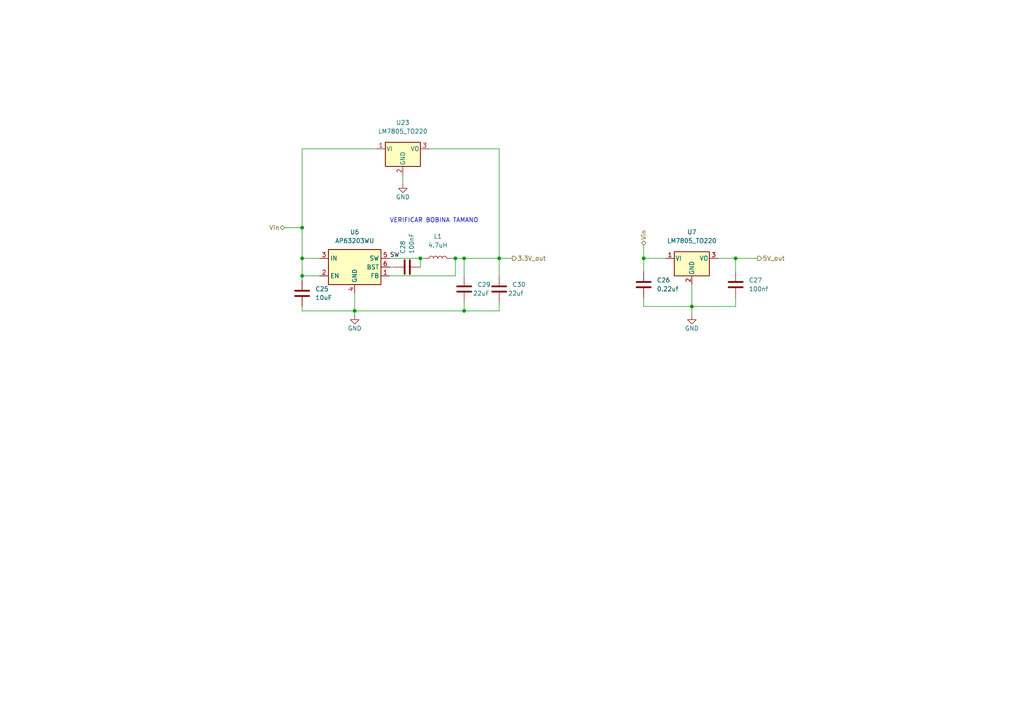
<source format=kicad_sch>
(kicad_sch (version 20211123) (generator eeschema)

  (uuid 66acbf4c-b490-4f19-86a2-40e6f78706be)

  (paper "A4")

  (lib_symbols
    (symbol "Device:C" (pin_numbers hide) (pin_names (offset 0.254)) (in_bom yes) (on_board yes)
      (property "Reference" "C" (id 0) (at 0.635 2.54 0)
        (effects (font (size 1.27 1.27)) (justify left))
      )
      (property "Value" "C" (id 1) (at 0.635 -2.54 0)
        (effects (font (size 1.27 1.27)) (justify left))
      )
      (property "Footprint" "" (id 2) (at 0.9652 -3.81 0)
        (effects (font (size 1.27 1.27)) hide)
      )
      (property "Datasheet" "~" (id 3) (at 0 0 0)
        (effects (font (size 1.27 1.27)) hide)
      )
      (property "ki_keywords" "cap capacitor" (id 4) (at 0 0 0)
        (effects (font (size 1.27 1.27)) hide)
      )
      (property "ki_description" "Unpolarized capacitor" (id 5) (at 0 0 0)
        (effects (font (size 1.27 1.27)) hide)
      )
      (property "ki_fp_filters" "C_*" (id 6) (at 0 0 0)
        (effects (font (size 1.27 1.27)) hide)
      )
      (symbol "C_0_1"
        (polyline
          (pts
            (xy -2.032 -0.762)
            (xy 2.032 -0.762)
          )
          (stroke (width 0.508) (type default) (color 0 0 0 0))
          (fill (type none))
        )
        (polyline
          (pts
            (xy -2.032 0.762)
            (xy 2.032 0.762)
          )
          (stroke (width 0.508) (type default) (color 0 0 0 0))
          (fill (type none))
        )
      )
      (symbol "C_1_1"
        (pin passive line (at 0 3.81 270) (length 2.794)
          (name "~" (effects (font (size 1.27 1.27))))
          (number "1" (effects (font (size 1.27 1.27))))
        )
        (pin passive line (at 0 -3.81 90) (length 2.794)
          (name "~" (effects (font (size 1.27 1.27))))
          (number "2" (effects (font (size 1.27 1.27))))
        )
      )
    )
    (symbol "Device:L" (pin_numbers hide) (pin_names (offset 1.016) hide) (in_bom yes) (on_board yes)
      (property "Reference" "L" (id 0) (at -1.27 0 90)
        (effects (font (size 1.27 1.27)))
      )
      (property "Value" "L" (id 1) (at 1.905 0 90)
        (effects (font (size 1.27 1.27)))
      )
      (property "Footprint" "" (id 2) (at 0 0 0)
        (effects (font (size 1.27 1.27)) hide)
      )
      (property "Datasheet" "~" (id 3) (at 0 0 0)
        (effects (font (size 1.27 1.27)) hide)
      )
      (property "ki_keywords" "inductor choke coil reactor magnetic" (id 4) (at 0 0 0)
        (effects (font (size 1.27 1.27)) hide)
      )
      (property "ki_description" "Inductor" (id 5) (at 0 0 0)
        (effects (font (size 1.27 1.27)) hide)
      )
      (property "ki_fp_filters" "Choke_* *Coil* Inductor_* L_*" (id 6) (at 0 0 0)
        (effects (font (size 1.27 1.27)) hide)
      )
      (symbol "L_0_1"
        (arc (start 0 -2.54) (mid 0.635 -1.905) (end 0 -1.27)
          (stroke (width 0) (type default) (color 0 0 0 0))
          (fill (type none))
        )
        (arc (start 0 -1.27) (mid 0.635 -0.635) (end 0 0)
          (stroke (width 0) (type default) (color 0 0 0 0))
          (fill (type none))
        )
        (arc (start 0 0) (mid 0.635 0.635) (end 0 1.27)
          (stroke (width 0) (type default) (color 0 0 0 0))
          (fill (type none))
        )
        (arc (start 0 1.27) (mid 0.635 1.905) (end 0 2.54)
          (stroke (width 0) (type default) (color 0 0 0 0))
          (fill (type none))
        )
      )
      (symbol "L_1_1"
        (pin passive line (at 0 3.81 270) (length 1.27)
          (name "1" (effects (font (size 1.27 1.27))))
          (number "1" (effects (font (size 1.27 1.27))))
        )
        (pin passive line (at 0 -3.81 90) (length 1.27)
          (name "2" (effects (font (size 1.27 1.27))))
          (number "2" (effects (font (size 1.27 1.27))))
        )
      )
    )
    (symbol "Regulator_Linear:LM7805_TO220" (pin_names (offset 0.254)) (in_bom yes) (on_board yes)
      (property "Reference" "U" (id 0) (at -3.81 3.175 0)
        (effects (font (size 1.27 1.27)))
      )
      (property "Value" "LM7805_TO220" (id 1) (at 0 3.175 0)
        (effects (font (size 1.27 1.27)) (justify left))
      )
      (property "Footprint" "Package_TO_SOT_THT:TO-220-3_Vertical" (id 2) (at 0 5.715 0)
        (effects (font (size 1.27 1.27) italic) hide)
      )
      (property "Datasheet" "https://www.onsemi.cn/PowerSolutions/document/MC7800-D.PDF" (id 3) (at 0 -1.27 0)
        (effects (font (size 1.27 1.27)) hide)
      )
      (property "ki_keywords" "Voltage Regulator 1A Positive" (id 4) (at 0 0 0)
        (effects (font (size 1.27 1.27)) hide)
      )
      (property "ki_description" "Positive 1A 35V Linear Regulator, Fixed Output 5V, TO-220" (id 5) (at 0 0 0)
        (effects (font (size 1.27 1.27)) hide)
      )
      (property "ki_fp_filters" "TO?220*" (id 6) (at 0 0 0)
        (effects (font (size 1.27 1.27)) hide)
      )
      (symbol "LM7805_TO220_0_1"
        (rectangle (start -5.08 1.905) (end 5.08 -5.08)
          (stroke (width 0.254) (type default) (color 0 0 0 0))
          (fill (type background))
        )
      )
      (symbol "LM7805_TO220_1_1"
        (pin power_in line (at -7.62 0 0) (length 2.54)
          (name "VI" (effects (font (size 1.27 1.27))))
          (number "1" (effects (font (size 1.27 1.27))))
        )
        (pin power_in line (at 0 -7.62 90) (length 2.54)
          (name "GND" (effects (font (size 1.27 1.27))))
          (number "2" (effects (font (size 1.27 1.27))))
        )
        (pin power_out line (at 7.62 0 180) (length 2.54)
          (name "VO" (effects (font (size 1.27 1.27))))
          (number "3" (effects (font (size 1.27 1.27))))
        )
      )
    )
    (symbol "Regulator_Switching:AP63203WU" (in_bom yes) (on_board yes)
      (property "Reference" "U" (id 0) (at -7.62 6.35 0)
        (effects (font (size 1.27 1.27)))
      )
      (property "Value" "AP63203WU" (id 1) (at 2.54 6.35 0)
        (effects (font (size 1.27 1.27)))
      )
      (property "Footprint" "Package_TO_SOT_SMD:TSOT-23-6" (id 2) (at 0 -22.86 0)
        (effects (font (size 1.27 1.27)) hide)
      )
      (property "Datasheet" "https://www.diodes.com/assets/Datasheets/AP63200-AP63201-AP63203-AP63205.pdf" (id 3) (at 0 0 0)
        (effects (font (size 1.27 1.27)) hide)
      )
      (property "ki_keywords" "2A Buck DC/DC" (id 4) (at 0 0 0)
        (effects (font (size 1.27 1.27)) hide)
      )
      (property "ki_description" "2A, 1.1MHz Buck DC/DC Converter, fixed 3.3V output voltage, TSOT-23-6" (id 5) (at 0 0 0)
        (effects (font (size 1.27 1.27)) hide)
      )
      (property "ki_fp_filters" "TSOT?23*" (id 6) (at 0 0 0)
        (effects (font (size 1.27 1.27)) hide)
      )
      (symbol "AP63203WU_0_1"
        (rectangle (start -7.62 5.08) (end 7.62 -5.08)
          (stroke (width 0.254) (type default) (color 0 0 0 0))
          (fill (type background))
        )
      )
      (symbol "AP63203WU_1_1"
        (pin input line (at 10.16 -2.54 180) (length 2.54)
          (name "FB" (effects (font (size 1.27 1.27))))
          (number "1" (effects (font (size 1.27 1.27))))
        )
        (pin input line (at -10.16 -2.54 0) (length 2.54)
          (name "EN" (effects (font (size 1.27 1.27))))
          (number "2" (effects (font (size 1.27 1.27))))
        )
        (pin power_in line (at -10.16 2.54 0) (length 2.54)
          (name "IN" (effects (font (size 1.27 1.27))))
          (number "3" (effects (font (size 1.27 1.27))))
        )
        (pin power_in line (at 0 -7.62 90) (length 2.54)
          (name "GND" (effects (font (size 1.27 1.27))))
          (number "4" (effects (font (size 1.27 1.27))))
        )
        (pin output line (at 10.16 2.54 180) (length 2.54)
          (name "SW" (effects (font (size 1.27 1.27))))
          (number "5" (effects (font (size 1.27 1.27))))
        )
        (pin passive line (at 10.16 0 180) (length 2.54)
          (name "BST" (effects (font (size 1.27 1.27))))
          (number "6" (effects (font (size 1.27 1.27))))
        )
      )
    )
    (symbol "power:GND" (power) (pin_names (offset 0)) (in_bom yes) (on_board yes)
      (property "Reference" "#PWR" (id 0) (at 0 -6.35 0)
        (effects (font (size 1.27 1.27)) hide)
      )
      (property "Value" "GND" (id 1) (at 0 -3.81 0)
        (effects (font (size 1.27 1.27)))
      )
      (property "Footprint" "" (id 2) (at 0 0 0)
        (effects (font (size 1.27 1.27)) hide)
      )
      (property "Datasheet" "" (id 3) (at 0 0 0)
        (effects (font (size 1.27 1.27)) hide)
      )
      (property "ki_keywords" "power-flag" (id 4) (at 0 0 0)
        (effects (font (size 1.27 1.27)) hide)
      )
      (property "ki_description" "Power symbol creates a global label with name \"GND\" , ground" (id 5) (at 0 0 0)
        (effects (font (size 1.27 1.27)) hide)
      )
      (symbol "GND_0_1"
        (polyline
          (pts
            (xy 0 0)
            (xy 0 -1.27)
            (xy 1.27 -1.27)
            (xy 0 -2.54)
            (xy -1.27 -1.27)
            (xy 0 -1.27)
          )
          (stroke (width 0) (type default) (color 0 0 0 0))
          (fill (type none))
        )
      )
      (symbol "GND_1_1"
        (pin power_in line (at 0 0 270) (length 0) hide
          (name "GND" (effects (font (size 1.27 1.27))))
          (number "1" (effects (font (size 1.27 1.27))))
        )
      )
    )
  )

  (junction (at 213.36 74.93) (diameter 0) (color 0 0 0 0)
    (uuid 0c5036c2-5f50-4040-a7c4-e01f911ee9e7)
  )
  (junction (at 102.87 90.17) (diameter 0) (color 0 0 0 0)
    (uuid 0ee8517b-7057-44e1-b0fc-fe7ab0ca555c)
  )
  (junction (at 134.62 74.93) (diameter 0) (color 0 0 0 0)
    (uuid 1121e33c-60b3-4538-8425-b9e131beca04)
  )
  (junction (at 87.63 74.93) (diameter 0) (color 0 0 0 0)
    (uuid 247f066f-7e50-48a1-b746-03247b799d45)
  )
  (junction (at 87.63 66.04) (diameter 0) (color 0 0 0 0)
    (uuid 2a5f7b54-24b9-4526-ac83-f7fa2e002fdd)
  )
  (junction (at 144.78 74.93) (diameter 0) (color 0 0 0 0)
    (uuid 67601c98-6708-4f6f-9e65-c63a7b3c4c65)
  )
  (junction (at 132.08 74.93) (diameter 0) (color 0 0 0 0)
    (uuid 77993d9f-1441-40b7-9643-f220da2020d0)
  )
  (junction (at 200.66 88.9) (diameter 0) (color 0 0 0 0)
    (uuid a4b65682-2c55-436b-a879-5be6a811b957)
  )
  (junction (at 134.62 90.17) (diameter 0) (color 0 0 0 0)
    (uuid d7670fe3-ac93-445c-bb12-50b5dd31a5df)
  )
  (junction (at 87.63 80.01) (diameter 0) (color 0 0 0 0)
    (uuid e9c683a8-10be-499b-a4f8-d6c1ed16a878)
  )
  (junction (at 186.69 74.93) (diameter 0) (color 0 0 0 0)
    (uuid ec03d47d-5e63-47b9-982a-310644c50a9a)
  )
  (junction (at 121.92 74.93) (diameter 0) (color 0 0 0 0)
    (uuid fcd56a30-1812-4dc2-93f7-66dd65735549)
  )

  (wire (pts (xy 186.69 74.93) (xy 186.69 78.74))
    (stroke (width 0) (type default) (color 0 0 0 0))
    (uuid 0036dffb-a0cd-4e25-b3c7-e6f134ff188e)
  )
  (wire (pts (xy 213.36 74.93) (xy 219.71 74.93))
    (stroke (width 0) (type default) (color 0 0 0 0))
    (uuid 041ee743-391c-4cda-b289-0416c3f33d6a)
  )
  (wire (pts (xy 134.62 87.63) (xy 134.62 90.17))
    (stroke (width 0) (type default) (color 0 0 0 0))
    (uuid 0834ab5b-481c-4d32-959b-c442c37534cb)
  )
  (wire (pts (xy 186.69 74.93) (xy 193.04 74.93))
    (stroke (width 0) (type default) (color 0 0 0 0))
    (uuid 095c188b-20e0-4cf5-8a95-2c424ac62330)
  )
  (wire (pts (xy 186.69 88.9) (xy 200.66 88.9))
    (stroke (width 0) (type default) (color 0 0 0 0))
    (uuid 0af43d67-8084-486d-9ea6-65a1eafed6b0)
  )
  (wire (pts (xy 130.81 74.93) (xy 132.08 74.93))
    (stroke (width 0) (type default) (color 0 0 0 0))
    (uuid 0c93c9da-46a9-4b16-8f83-c3baf8547671)
  )
  (wire (pts (xy 121.92 74.93) (xy 123.19 74.93))
    (stroke (width 0) (type default) (color 0 0 0 0))
    (uuid 0d540001-3b59-47e0-b1e3-17b49803f2d4)
  )
  (wire (pts (xy 116.84 50.8) (xy 116.84 53.34))
    (stroke (width 0) (type default) (color 0 0 0 0))
    (uuid 14df4dc2-819d-40e2-a504-f9ced3e03572)
  )
  (wire (pts (xy 200.66 88.9) (xy 200.66 91.44))
    (stroke (width 0) (type default) (color 0 0 0 0))
    (uuid 188de210-9f57-43c8-a54d-6be896eb96e6)
  )
  (wire (pts (xy 144.78 74.93) (xy 144.78 80.01))
    (stroke (width 0) (type default) (color 0 0 0 0))
    (uuid 1b1756c6-6bd0-4dad-a4be-7deb19e8f685)
  )
  (wire (pts (xy 144.78 74.93) (xy 148.59 74.93))
    (stroke (width 0) (type default) (color 0 0 0 0))
    (uuid 1bf686e1-5e1d-4ff2-8ce2-050986dcc0a9)
  )
  (wire (pts (xy 144.78 87.63) (xy 144.78 90.17))
    (stroke (width 0) (type default) (color 0 0 0 0))
    (uuid 2c0d20ca-0db0-4d65-8c73-1351f634ac23)
  )
  (wire (pts (xy 213.36 86.36) (xy 213.36 88.9))
    (stroke (width 0) (type default) (color 0 0 0 0))
    (uuid 2ca28cfe-cafa-4364-a3e7-8265eab2797c)
  )
  (wire (pts (xy 186.69 71.12) (xy 186.69 74.93))
    (stroke (width 0) (type default) (color 0 0 0 0))
    (uuid 31382a8b-f35b-4644-9684-2998ee5e5337)
  )
  (wire (pts (xy 87.63 88.9) (xy 87.63 90.17))
    (stroke (width 0) (type default) (color 0 0 0 0))
    (uuid 39472773-5880-4fe3-96ba-ee16aeb34896)
  )
  (wire (pts (xy 144.78 43.18) (xy 144.78 74.93))
    (stroke (width 0) (type default) (color 0 0 0 0))
    (uuid 41d4c1b0-444e-40ed-9b17-d13775ac4309)
  )
  (wire (pts (xy 134.62 74.93) (xy 144.78 74.93))
    (stroke (width 0) (type default) (color 0 0 0 0))
    (uuid 52af4448-fdd0-44c4-aad7-fcf8a6c92ee7)
  )
  (wire (pts (xy 92.71 80.01) (xy 87.63 80.01))
    (stroke (width 0) (type default) (color 0 0 0 0))
    (uuid 57ea4349-82f1-46c5-920c-16df0125138a)
  )
  (wire (pts (xy 87.63 74.93) (xy 92.71 74.93))
    (stroke (width 0) (type default) (color 0 0 0 0))
    (uuid 62ba2711-baad-4ac8-a19b-754638157505)
  )
  (wire (pts (xy 87.63 43.18) (xy 87.63 66.04))
    (stroke (width 0) (type default) (color 0 0 0 0))
    (uuid 658ceb51-6d03-4f39-9412-705e131c8fd7)
  )
  (wire (pts (xy 87.63 80.01) (xy 87.63 81.28))
    (stroke (width 0) (type default) (color 0 0 0 0))
    (uuid 6fa30ffb-89a1-4181-b459-8dbeec43bea6)
  )
  (wire (pts (xy 102.87 90.17) (xy 134.62 90.17))
    (stroke (width 0) (type default) (color 0 0 0 0))
    (uuid 798145ba-cc27-4f3b-bc9f-05913b34be24)
  )
  (wire (pts (xy 213.36 74.93) (xy 213.36 78.74))
    (stroke (width 0) (type default) (color 0 0 0 0))
    (uuid 81a9be8f-fc35-44a0-bfbd-5f7502e1045c)
  )
  (wire (pts (xy 113.03 74.93) (xy 121.92 74.93))
    (stroke (width 0) (type default) (color 0 0 0 0))
    (uuid 8b0f5d84-c311-4739-a503-94f73b743e5c)
  )
  (wire (pts (xy 200.66 82.55) (xy 200.66 88.9))
    (stroke (width 0) (type default) (color 0 0 0 0))
    (uuid 8b302b51-3b09-4d3e-9f48-4fbd0a38f42c)
  )
  (wire (pts (xy 87.63 80.01) (xy 87.63 74.93))
    (stroke (width 0) (type default) (color 0 0 0 0))
    (uuid a082e2c8-e07d-482e-b314-af935ffa2579)
  )
  (wire (pts (xy 109.22 43.18) (xy 87.63 43.18))
    (stroke (width 0) (type default) (color 0 0 0 0))
    (uuid a7360568-a6d2-4708-8fe8-d86754aba21e)
  )
  (wire (pts (xy 121.92 77.47) (xy 121.92 74.93))
    (stroke (width 0) (type default) (color 0 0 0 0))
    (uuid a97b0a1d-8239-44c9-b3d6-256f6ef1c5b2)
  )
  (wire (pts (xy 134.62 90.17) (xy 144.78 90.17))
    (stroke (width 0) (type default) (color 0 0 0 0))
    (uuid b4ffdda4-e5ae-4c7f-a7f9-f301734da240)
  )
  (wire (pts (xy 200.66 88.9) (xy 213.36 88.9))
    (stroke (width 0) (type default) (color 0 0 0 0))
    (uuid b67d6fea-3e58-405b-9b96-0a164b06a765)
  )
  (wire (pts (xy 113.03 80.01) (xy 132.08 80.01))
    (stroke (width 0) (type default) (color 0 0 0 0))
    (uuid bc8374b1-8c62-4113-b191-2a4781d0996e)
  )
  (wire (pts (xy 87.63 90.17) (xy 102.87 90.17))
    (stroke (width 0) (type default) (color 0 0 0 0))
    (uuid bed3ff9e-cf01-4736-a8ee-e394456aae07)
  )
  (wire (pts (xy 102.87 85.09) (xy 102.87 90.17))
    (stroke (width 0) (type default) (color 0 0 0 0))
    (uuid c5c780f9-1cb5-4084-8697-ed47c6d7397f)
  )
  (wire (pts (xy 132.08 80.01) (xy 132.08 74.93))
    (stroke (width 0) (type default) (color 0 0 0 0))
    (uuid ca18c017-2d87-4784-bce1-862497f92731)
  )
  (wire (pts (xy 144.78 43.18) (xy 124.46 43.18))
    (stroke (width 0) (type default) (color 0 0 0 0))
    (uuid ce882ab9-e290-4450-8cd0-1cf73176e9f5)
  )
  (wire (pts (xy 82.55 66.04) (xy 87.63 66.04))
    (stroke (width 0) (type default) (color 0 0 0 0))
    (uuid d09dc206-b39d-4c70-9f8c-f5f410f1ad17)
  )
  (wire (pts (xy 87.63 66.04) (xy 87.63 74.93))
    (stroke (width 0) (type default) (color 0 0 0 0))
    (uuid d19bb9ba-1b34-43a1-a9dc-03da5e2d34b5)
  )
  (wire (pts (xy 208.28 74.93) (xy 213.36 74.93))
    (stroke (width 0) (type default) (color 0 0 0 0))
    (uuid e4085a62-ddae-4c8f-aef6-f54263c5b96a)
  )
  (wire (pts (xy 113.03 77.47) (xy 114.3 77.47))
    (stroke (width 0) (type default) (color 0 0 0 0))
    (uuid e4ec5e77-f3ac-47ce-85b6-336671bcfab0)
  )
  (wire (pts (xy 186.69 86.36) (xy 186.69 88.9))
    (stroke (width 0) (type default) (color 0 0 0 0))
    (uuid ec36f6df-64ce-40f7-8676-219fb77393e9)
  )
  (wire (pts (xy 132.08 74.93) (xy 134.62 74.93))
    (stroke (width 0) (type default) (color 0 0 0 0))
    (uuid ee2c0a4c-f12e-4c85-b3c6-750c84fe83b1)
  )
  (wire (pts (xy 134.62 80.01) (xy 134.62 74.93))
    (stroke (width 0) (type default) (color 0 0 0 0))
    (uuid f104bd64-b548-475c-ba49-e25487984c64)
  )
  (wire (pts (xy 102.87 90.17) (xy 102.87 91.44))
    (stroke (width 0) (type default) (color 0 0 0 0))
    (uuid f684da7b-bf3d-4cbd-a5f4-19c057f7f194)
  )

  (text "VERIFICAR BOBINA TAMANO\n" (at 113.03 64.77 0)
    (effects (font (size 1.27 1.27)) (justify left bottom))
    (uuid 6e437cf7-c494-46ae-894e-c4207ed294c3)
  )

  (label "SW" (at 113.03 74.93 0)
    (effects (font (size 1.27 1.27)) (justify left bottom))
    (uuid ddb256eb-de15-43e7-8750-1ff6e55818da)
  )

  (hierarchical_label "5V_out" (shape output) (at 219.71 74.93 0)
    (effects (font (size 1.27 1.27)) (justify left))
    (uuid 18991601-8296-4b66-8f98-2a0ad844e1cb)
  )
  (hierarchical_label "3.3V_out" (shape output) (at 148.59 74.93 0)
    (effects (font (size 1.27 1.27)) (justify left))
    (uuid 37b8e6ff-bb6e-40a1-8d4f-1527791532b3)
  )
  (hierarchical_label "Vin" (shape bidirectional) (at 82.55 66.04 180)
    (effects (font (size 1.27 1.27)) (justify right))
    (uuid 76ef51de-70bb-4951-8f05-cd3d8791fbb7)
  )
  (hierarchical_label "Vin" (shape bidirectional) (at 186.69 71.12 90)
    (effects (font (size 1.27 1.27)) (justify left))
    (uuid 862d2dfc-7d8a-4728-b287-452bfcd9c1d5)
  )

  (symbol (lib_id "Device:C") (at 186.69 82.55 0) (unit 1)
    (in_bom yes) (on_board yes) (fields_autoplaced)
    (uuid 0bd247fa-07ac-4403-bc79-9b6296d54560)
    (property "Reference" "C26" (id 0) (at 190.5 81.2799 0)
      (effects (font (size 1.27 1.27)) (justify left))
    )
    (property "Value" "0.22uf" (id 1) (at 190.5 83.8199 0)
      (effects (font (size 1.27 1.27)) (justify left))
    )
    (property "Footprint" "Capacitor_SMD:C_0805_2012Metric" (id 2) (at 187.6552 86.36 0)
      (effects (font (size 1.27 1.27)) hide)
    )
    (property "Datasheet" "~" (id 3) (at 186.69 82.55 0)
      (effects (font (size 1.27 1.27)) hide)
    )
    (pin "1" (uuid 0120137d-504d-451e-87a6-4044fa19afab))
    (pin "2" (uuid 9adca9da-1a02-4535-8ce1-aa79622df086))
  )

  (symbol (lib_id "Regulator_Linear:LM7805_TO220") (at 116.84 43.18 0) (unit 1)
    (in_bom yes) (on_board yes) (fields_autoplaced)
    (uuid 38941cd5-8e26-4bdb-802a-c9ad1030fb00)
    (property "Reference" "U23" (id 0) (at 116.84 35.56 0))
    (property "Value" "LM7805_TO220" (id 1) (at 116.84 38.1 0))
    (property "Footprint" "Package_TO_SOT_THT:TO-220-3_Vertical" (id 2) (at 116.84 37.465 0)
      (effects (font (size 1.27 1.27) italic) hide)
    )
    (property "Datasheet" "https://www.onsemi.cn/PowerSolutions/document/MC7800-D.PDF" (id 3) (at 116.84 44.45 0)
      (effects (font (size 1.27 1.27)) hide)
    )
    (pin "1" (uuid fd4190c0-1815-4e82-b7c5-a0cb0a98be65))
    (pin "2" (uuid 664371e7-ab8b-4aaf-a76d-ba7b8f8d1306))
    (pin "3" (uuid a4a6f1b7-a191-4692-b136-6e376fd338b9))
  )

  (symbol (lib_id "Device:C") (at 134.62 83.82 0) (unit 1)
    (in_bom yes) (on_board yes)
    (uuid 39cf36c1-567f-4b43-b126-49de494df9f0)
    (property "Reference" "C29" (id 0) (at 138.43 82.5499 0)
      (effects (font (size 1.27 1.27)) (justify left))
    )
    (property "Value" "22uF" (id 1) (at 137.16 85.09 0)
      (effects (font (size 1.27 1.27)) (justify left))
    )
    (property "Footprint" "Capacitor_SMD:C_0805_2012Metric" (id 2) (at 135.5852 87.63 0)
      (effects (font (size 1.27 1.27)) hide)
    )
    (property "Datasheet" "~" (id 3) (at 134.62 83.82 0)
      (effects (font (size 1.27 1.27)) hide)
    )
    (pin "1" (uuid 0359a11c-88bd-421b-892b-d6d8bd12f2f9))
    (pin "2" (uuid 538eb289-27c0-4757-923f-ecbfabad0956))
  )

  (symbol (lib_id "Device:C") (at 213.36 82.55 0) (unit 1)
    (in_bom yes) (on_board yes) (fields_autoplaced)
    (uuid 4e78a509-5ade-47ff-b481-d7002957f370)
    (property "Reference" "C27" (id 0) (at 217.17 81.2799 0)
      (effects (font (size 1.27 1.27)) (justify left))
    )
    (property "Value" "100nf" (id 1) (at 217.17 83.8199 0)
      (effects (font (size 1.27 1.27)) (justify left))
    )
    (property "Footprint" "Capacitor_SMD:C_0603_1608Metric" (id 2) (at 214.3252 86.36 0)
      (effects (font (size 1.27 1.27)) hide)
    )
    (property "Datasheet" "~" (id 3) (at 213.36 82.55 0)
      (effects (font (size 1.27 1.27)) hide)
    )
    (pin "1" (uuid 64712d60-0186-404a-ac2f-32134588d281))
    (pin "2" (uuid b165b981-18c2-4d21-b868-3cae880afe9d))
  )

  (symbol (lib_id "power:GND") (at 102.87 91.44 0) (unit 1)
    (in_bom yes) (on_board yes)
    (uuid 8714039b-85b6-4e3b-81bd-342acf9241fb)
    (property "Reference" "#PWR044" (id 0) (at 102.87 97.79 0)
      (effects (font (size 1.27 1.27)) hide)
    )
    (property "Value" "GND" (id 1) (at 102.87 95.25 0))
    (property "Footprint" "" (id 2) (at 102.87 91.44 0)
      (effects (font (size 1.27 1.27)) hide)
    )
    (property "Datasheet" "" (id 3) (at 102.87 91.44 0)
      (effects (font (size 1.27 1.27)) hide)
    )
    (pin "1" (uuid 14dedc06-6700-47b9-a552-e9edbe80d7d0))
  )

  (symbol (lib_id "Device:C") (at 118.11 77.47 270) (unit 1)
    (in_bom yes) (on_board yes)
    (uuid 90346f38-4af7-4614-9a3c-48568a9382dc)
    (property "Reference" "C28" (id 0) (at 116.84 73.66 0)
      (effects (font (size 1.27 1.27)) (justify right))
    )
    (property "Value" "100nF" (id 1) (at 119.38 73.66 0)
      (effects (font (size 1.27 1.27)) (justify right))
    )
    (property "Footprint" "Capacitor_SMD:C_0603_1608Metric" (id 2) (at 114.3 78.4352 0)
      (effects (font (size 1.27 1.27)) hide)
    )
    (property "Datasheet" "~" (id 3) (at 118.11 77.47 0)
      (effects (font (size 1.27 1.27)) hide)
    )
    (pin "1" (uuid 8addc01e-8ec2-4037-8512-22b4227f812b))
    (pin "2" (uuid 6b1267f0-60e8-4536-ba2a-23ea3f36916a))
  )

  (symbol (lib_id "power:GND") (at 200.66 91.44 0) (unit 1)
    (in_bom yes) (on_board yes)
    (uuid 927a3b6b-41fd-4bb5-a0fd-a66fccf92a97)
    (property "Reference" "#PWR045" (id 0) (at 200.66 97.79 0)
      (effects (font (size 1.27 1.27)) hide)
    )
    (property "Value" "GND" (id 1) (at 200.66 95.25 0))
    (property "Footprint" "" (id 2) (at 200.66 91.44 0)
      (effects (font (size 1.27 1.27)) hide)
    )
    (property "Datasheet" "" (id 3) (at 200.66 91.44 0)
      (effects (font (size 1.27 1.27)) hide)
    )
    (pin "1" (uuid dadb2183-afa3-4d91-aa17-c15088251986))
  )

  (symbol (lib_id "Device:L") (at 127 74.93 90) (unit 1)
    (in_bom yes) (on_board yes) (fields_autoplaced)
    (uuid ab21de3e-f0b4-4d1d-b2be-846256364579)
    (property "Reference" "L1" (id 0) (at 127 68.58 90))
    (property "Value" "4.7uH" (id 1) (at 127 71.12 90))
    (property "Footprint" "Inductor_SMD:L_Bourns_SRN6045TA" (id 2) (at 127 74.93 0)
      (effects (font (size 1.27 1.27)) hide)
    )
    (property "Datasheet" "~" (id 3) (at 127 74.93 0)
      (effects (font (size 1.27 1.27)) hide)
    )
    (pin "1" (uuid 5bb13130-9c2f-4c36-8fca-b21865871ec0))
    (pin "2" (uuid f554b384-8565-4d0e-b8f7-3cae024fe5c3))
  )

  (symbol (lib_id "Device:C") (at 87.63 85.09 0) (unit 1)
    (in_bom yes) (on_board yes) (fields_autoplaced)
    (uuid ad63e6a3-180f-4386-a89a-9d4172384627)
    (property "Reference" "C25" (id 0) (at 91.44 83.8199 0)
      (effects (font (size 1.27 1.27)) (justify left))
    )
    (property "Value" "10uF" (id 1) (at 91.44 86.3599 0)
      (effects (font (size 1.27 1.27)) (justify left))
    )
    (property "Footprint" "Capacitor_SMD:C_0805_2012Metric" (id 2) (at 88.5952 88.9 0)
      (effects (font (size 1.27 1.27)) hide)
    )
    (property "Datasheet" "~" (id 3) (at 87.63 85.09 0)
      (effects (font (size 1.27 1.27)) hide)
    )
    (pin "1" (uuid a86fd43d-5564-4ff0-9f47-0a512ec6c56e))
    (pin "2" (uuid 2ec7ff29-b65b-4ba4-ada6-d863c53231e9))
  )

  (symbol (lib_id "Regulator_Switching:AP63203WU") (at 102.87 77.47 0) (unit 1)
    (in_bom yes) (on_board yes) (fields_autoplaced)
    (uuid af3c7004-d8c8-4ada-8838-13df07e8407d)
    (property "Reference" "U6" (id 0) (at 102.87 67.31 0))
    (property "Value" "AP63203WU" (id 1) (at 102.87 69.85 0))
    (property "Footprint" "Package_TO_SOT_SMD:TSOT-23-6" (id 2) (at 102.87 100.33 0)
      (effects (font (size 1.27 1.27)) hide)
    )
    (property "Datasheet" "https://www.diodes.com/assets/Datasheets/AP63200-AP63201-AP63203-AP63205.pdf" (id 3) (at 102.87 77.47 0)
      (effects (font (size 1.27 1.27)) hide)
    )
    (pin "1" (uuid 5527f4b2-c50e-416b-9c1a-18b873803d31))
    (pin "2" (uuid a390e4a2-7324-4530-90c6-14c580a65b51))
    (pin "3" (uuid fca6aed3-7e0a-40e3-829a-82dd3c627665))
    (pin "4" (uuid 898ca4c8-dfaa-4fc3-9c57-66f1232afd0a))
    (pin "5" (uuid 6768058f-e775-4bef-94f5-89b028d5ac99))
    (pin "6" (uuid 396d46d8-a9d4-4e30-a209-ff9c42719bf8))
  )

  (symbol (lib_id "Regulator_Linear:LM7805_TO220") (at 200.66 74.93 0) (unit 1)
    (in_bom yes) (on_board yes) (fields_autoplaced)
    (uuid b60dd31f-69c9-4e94-93f4-1fc978688751)
    (property "Reference" "U7" (id 0) (at 200.66 67.31 0))
    (property "Value" "LM7805_TO220" (id 1) (at 200.66 69.85 0))
    (property "Footprint" "Package_TO_SOT_THT:TO-220-3_Vertical" (id 2) (at 200.66 69.215 0)
      (effects (font (size 1.27 1.27) italic) hide)
    )
    (property "Datasheet" "https://www.onsemi.cn/PowerSolutions/document/MC7800-D.PDF" (id 3) (at 200.66 76.2 0)
      (effects (font (size 1.27 1.27)) hide)
    )
    (pin "1" (uuid c6ad0ade-0831-45b0-98db-81839d3752fd))
    (pin "2" (uuid c639954f-b7e2-47b7-8c5f-121c6eb67687))
    (pin "3" (uuid 1c093593-b9fd-470b-8eb1-08b8c21d75f3))
  )

  (symbol (lib_id "Device:C") (at 144.78 83.82 0) (unit 1)
    (in_bom yes) (on_board yes)
    (uuid caf7c416-9f39-47cf-8110-99f79e06c9b6)
    (property "Reference" "C30" (id 0) (at 148.59 82.5499 0)
      (effects (font (size 1.27 1.27)) (justify left))
    )
    (property "Value" "22uf" (id 1) (at 147.32 85.09 0)
      (effects (font (size 1.27 1.27)) (justify left))
    )
    (property "Footprint" "Capacitor_SMD:C_0805_2012Metric" (id 2) (at 145.7452 87.63 0)
      (effects (font (size 1.27 1.27)) hide)
    )
    (property "Datasheet" "~" (id 3) (at 144.78 83.82 0)
      (effects (font (size 1.27 1.27)) hide)
    )
    (pin "1" (uuid 396eb66e-e915-4ca0-bdfa-78162e81cf2a))
    (pin "2" (uuid ed3d5424-5569-4588-ab14-d6dd301f2851))
  )

  (symbol (lib_id "power:GND") (at 116.84 53.34 0) (unit 1)
    (in_bom yes) (on_board yes)
    (uuid faaa43c9-cde5-4b41-9071-d82e886e3975)
    (property "Reference" "#PWR0107" (id 0) (at 116.84 59.69 0)
      (effects (font (size 1.27 1.27)) hide)
    )
    (property "Value" "GND" (id 1) (at 116.84 57.15 0))
    (property "Footprint" "" (id 2) (at 116.84 53.34 0)
      (effects (font (size 1.27 1.27)) hide)
    )
    (property "Datasheet" "" (id 3) (at 116.84 53.34 0)
      (effects (font (size 1.27 1.27)) hide)
    )
    (pin "1" (uuid eb3fc17a-db86-48bb-b3ce-e1469f388a7f))
  )
)

</source>
